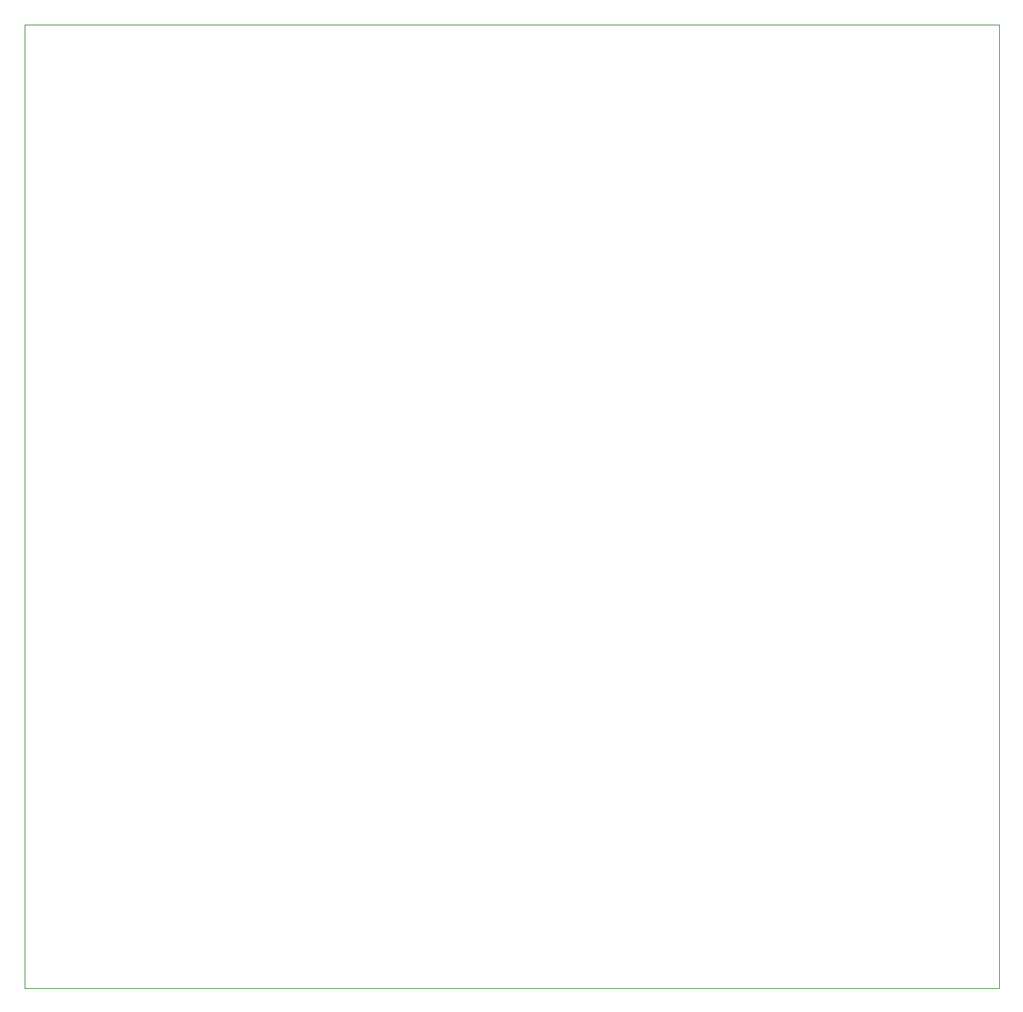
<source format=gm1>
G04 #@! TF.FileFunction,Profile,NP*
%FSLAX46Y46*%
G04 Gerber Fmt 4.6, Leading zero omitted, Abs format (unit mm)*
G04 Created by KiCad (PCBNEW 4.0.6) date 04/10/17 20:11:08*
%MOMM*%
%LPD*%
G01*
G04 APERTURE LIST*
%ADD10C,0.100000*%
%ADD11C,0.025400*%
G04 APERTURE END LIST*
D10*
D11*
X212090000Y-147320000D02*
X101600000Y-147320000D01*
X212090000Y-38100000D02*
X212090000Y-147320000D01*
X101600000Y-38100000D02*
X212090000Y-38100000D01*
X101600000Y-147320000D02*
X101600000Y-38100000D01*
M02*

</source>
